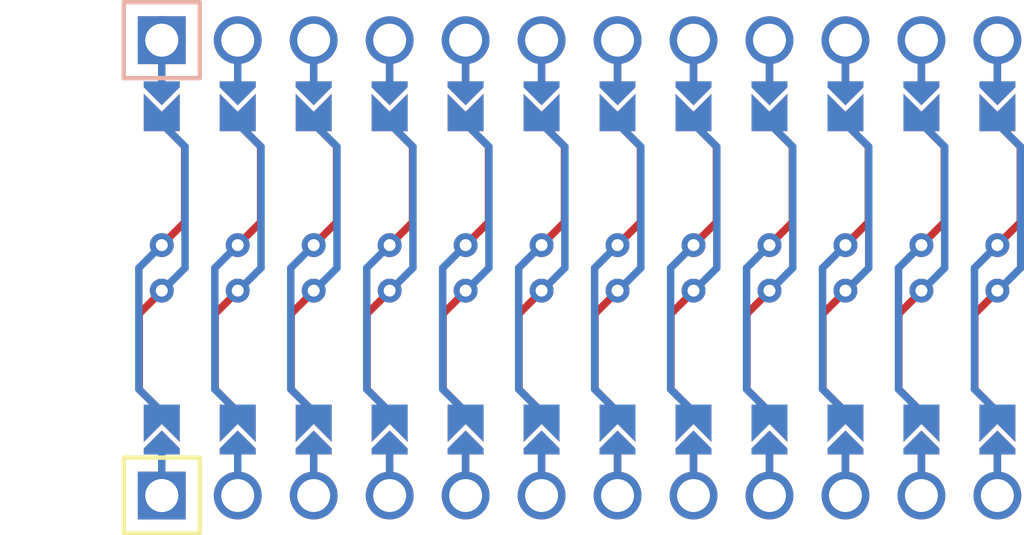
<source format=kicad_pcb>


(kicad_pcb
  (version 20240108)
  (generator "ergogen")
  (generator_version "4.2.0")
  (general
    (thickness 1.6)
    (legacy_teardrops no)
  )
  (paper "A3")
  (title_block
    (title "pcb")
    (date "2025-10-15")
    (rev "v9.9")
    (company "Ergogen Tests")
  )

  (layers
    (0 "F.Cu" signal)
    (31 "B.Cu" signal)
    (32 "B.Adhes" user "B.Adhesive")
    (33 "F.Adhes" user "F.Adhesive")
    (34 "B.Paste" user)
    (35 "F.Paste" user)
    (36 "B.SilkS" user "B.Silkscreen")
    (37 "F.SilkS" user "F.Silkscreen")
    (38 "B.Mask" user)
    (39 "F.Mask" user)
    (40 "Dwgs.User" user "User.Drawings")
    (41 "Cmts.User" user "User.Comments")
    (42 "Eco1.User" user "User.Eco1")
    (43 "Eco2.User" user "User.Eco2")
    (44 "Edge.Cuts" user)
    (45 "Margin" user)
    (46 "B.CrtYd" user "B.Courtyard")
    (47 "F.CrtYd" user "F.Courtyard")
    (48 "B.Fab" user)
    (49 "F.Fab" user)
  )

  (setup
    (pad_to_mask_clearance 0.05)
    (allow_soldermask_bridges_in_footprints no)
    (pcbplotparams
      (layerselection 0x00010fc_ffffffff)
      (plot_on_all_layers_selection 0x0000000_00000000)
      (disableapertmacros no)
      (usegerberextensions no)
      (usegerberattributes yes)
      (usegerberadvancedattributes yes)
      (creategerberjobfile yes)
      (dashed_line_dash_ratio 12.000000)
      (dashed_line_gap_ratio 3.000000)
      (svgprecision 4)
      (plotframeref no)
      (viasonmask no)
      (mode 1)
      (useauxorigin no)
      (hpglpennumber 1)
      (hpglpenspeed 20)
      (hpglpendiameter 15.000000)
      (pdf_front_fp_property_popups yes)
      (pdf_back_fp_property_popups yes)
      (dxfpolygonmode yes)
      (dxfimperialunits yes)
      (dxfusepcbnewfont yes)
      (psnegative no)
      (psa4output no)
      (plotreference yes)
      (plotvalue yes)
      (plotfptext yes)
      (plotinvisibletext no)
      (sketchpadsonfab no)
      (subtractmaskfromsilk no)
      (outputformat 1)
      (mirror no)
      (drillshape 1)
      (scaleselection 1)
      (outputdirectory "")
    )
  )

  (net 0 "")
(net 1 "TX")
(net 2 "RX")
(net 3 "SDA")
(net 4 "SCL")
(net 5 "P4")
(net 6 "P5")
(net 7 "P6")
(net 8 "P7")
(net 9 "P8")
(net 10 "P9")
(net 11 "RAW")
(net 12 "GND")
(net 13 "RST")
(net 14 "VCC")
(net 15 "P21")
(net 16 "P20")
(net 17 "P19")
(net 18 "P18")
(net 19 "SCLK")
(net 20 "MISO")
(net 21 "MOSI")
(net 22 "P10")

  
        

            (module ProMicro (layer F.Cu) (tedit 6135B927)
            (at 0 0 0)

            
            (descr "Solder-jumper reversible Pro Micro footprint")
            (tags "promicro ProMicro reversible solder jumper")
            (fp_text reference "MCU1" (at -16.256 -0.254 90) (layer F.SilkS) hide
            (effects (font (size 1 1) (thickness 0.15)))
            )

            
            (fp_line (start -15.24 6.35) (end -12.7 6.35) (layer F.SilkS) (width 0.15))
            (fp_line (start -15.24 6.35) (end -15.24 8.89) (layer F.SilkS) (width 0.15))
            (fp_line (start -12.7 6.35) (end -12.7 8.89) (layer F.SilkS) (width 0.15))
            (fp_line (start -12.7 8.89) (end -15.24 8.89) (layer F.SilkS) (width 0.15))
            (fp_line (start -15.24 -6.35) (end -12.7 -6.35) (layer B.SilkS) (width 0.15))
            (fp_line (start -15.24 -6.35) (end -15.24 -8.89) (layer B.SilkS) (width 0.15))
            (fp_line (start -12.7 -6.35) (end -12.7 -8.89) (layer B.SilkS) (width 0.15))
            (fp_line (start -12.7 -8.89) (end -15.24 -8.89) (layer B.SilkS) (width 0.15))

            
            (fp_line (start -19.304 -3.81) (end -14.224 -3.81) (layer Dwgs.User) (width 0.15))
            (fp_line (start -19.304 3.81) (end -19.304 -3.81) (layer Dwgs.User) (width 0.15))
            (fp_line (start -14.224 3.81) (end -19.304 3.81) (layer Dwgs.User) (width 0.15))
            (fp_line (start -14.224 -3.81) (end -14.224 3.81) (layer Dwgs.User) (width 0.15))

            (fp_circle (center 13.97 0.762) (end 14.095 0.762) (layer B.Mask) (width 0.25))
            (fp_circle (center 13.97 0.762) (end 14.095 0.762) (layer F.Mask) (width 0.25))
            (fp_circle (center 13.97 -0.762) (end 14.095 -0.762) (layer B.Mask) (width 0.25))
            (fp_circle (center 13.97 -0.762) (end 14.095 -0.762) (layer F.Mask) (width 0.25))
            (fp_circle (center 11.43 0.762) (end 11.555 0.762) (layer B.Mask) (width 0.25))
            (fp_circle (center 11.43 0.762) (end 11.555 0.762) (layer F.Mask) (width 0.25))
            (fp_circle (center 11.43 -0.762) (end 11.555 -0.762) (layer B.Mask) (width 0.25))
            (fp_circle (center 11.43 -0.762) (end 11.555 -0.762) (layer F.Mask) (width 0.25))
            (fp_circle (center 8.89 0.762) (end 9.015 0.762) (layer B.Mask) (width 0.25))
            (fp_circle (center 8.89 0.762) (end 9.015 0.762) (layer F.Mask) (width 0.25))
            (fp_circle (center 8.89 -0.762) (end 9.015 -0.762) (layer B.Mask) (width 0.25))
            (fp_circle (center 8.89 -0.762) (end 9.015 -0.762) (layer F.Mask) (width 0.25))
            (fp_circle (center 6.35 0.762) (end 6.475 0.762) (layer B.Mask) (width 0.25))
            (fp_circle (center 6.35 0.762) (end 6.475 0.762) (layer F.Mask) (width 0.25))
            (fp_circle (center 6.35 -0.762) (end 6.475 -0.762) (layer B.Mask) (width 0.25))
            (fp_circle (center 6.35 -0.762) (end 6.475 -0.762) (layer F.Mask) (width 0.25))
            (fp_circle (center 3.81 0.762) (end 3.935 0.762) (layer B.Mask) (width 0.25))
            (fp_circle (center 3.81 0.762) (end 3.935 0.762) (layer F.Mask) (width 0.25))
            (fp_circle (center 3.81 -0.762) (end 3.935 -0.762) (layer B.Mask) (width 0.25))
            (fp_circle (center 3.81 -0.762) (end 3.935 -0.762) (layer F.Mask) (width 0.25))
            (fp_circle (center 1.27 0.762) (end 1.395 0.762) (layer B.Mask) (width 0.25))
            (fp_circle (center 1.27 0.762) (end 1.395 0.762) (layer F.Mask) (width 0.25))
            (fp_circle (center 1.27 -0.762) (end 1.395 -0.762) (layer B.Mask) (width 0.25))
            (fp_circle (center 1.27 -0.762) (end 1.395 -0.762) (layer F.Mask) (width 0.25))
            (fp_circle (center -1.27 0.762) (end -1.145 0.762) (layer B.Mask) (width 0.25))
            (fp_circle (center -1.27 0.762) (end -1.145 0.762) (layer F.Mask) (width 0.25))
            (fp_circle (center -1.27 -0.762) (end -1.145 -0.762) (layer B.Mask) (width 0.25))
            (fp_circle (center -1.27 -0.762) (end -1.145 -0.762) (layer F.Mask) (width 0.25))
            (fp_circle (center -3.81 0.762) (end -3.685 0.762) (layer B.Mask) (width 0.25))
            (fp_circle (center -3.81 0.762) (end -3.685 0.762) (layer F.Mask) (width 0.25))
            (fp_circle (center -3.81 -0.762) (end -3.685 -0.762) (layer B.Mask) (width 0.25))
            (fp_circle (center -3.81 -0.762) (end -3.685 -0.762) (layer F.Mask) (width 0.25))
            (fp_circle (center -6.35 0.762) (end -6.225 0.762) (layer B.Mask) (width 0.25))
            (fp_circle (center -6.35 0.762) (end -6.225 0.762) (layer F.Mask) (width 0.25))
            (fp_circle (center -6.35 -0.762) (end -6.225 -0.762) (layer B.Mask) (width 0.25))
            (fp_circle (center -6.35 -0.762) (end -6.225 -0.762) (layer F.Mask) (width 0.25))
            (fp_circle (center -8.89 0.762) (end -8.765 0.762) (layer B.Mask) (width 0.25))
            (fp_circle (center -8.89 0.762) (end -8.765 0.762) (layer F.Mask) (width 0.25))
            (fp_circle (center -8.89 -0.762) (end -8.765 -0.762) (layer B.Mask) (width 0.25))
            (fp_circle (center -8.89 -0.762) (end -8.765 -0.762) (layer F.Mask) (width 0.25))
            (fp_circle (center -11.43 -0.762) (end -11.305 -0.762) (layer B.Mask) (width 0.25))
            (fp_circle (center -11.43 -0.762) (end -11.305 -0.762) (layer F.Mask) (width 0.25))
            (fp_circle (center -11.43 0.762) (end -11.305 0.762) (layer B.Mask) (width 0.25))
            (fp_circle (center -11.43 0.762) (end -11.305 0.762) (layer F.Mask) (width 0.25))
            (fp_circle (center -13.97 0.762) (end -13.845 0.762) (layer B.Mask) (width 0.25))
            (fp_circle (center -13.97 0.762) (end -13.845 0.762) (layer F.Mask) (width 0.25))
            (fp_circle (center -13.97 -0.762) (end -13.845 -0.762) (layer B.Mask) (width 0.25))
            (fp_circle (center -13.97 -0.762) (end -13.845 -0.762) (layer F.Mask) (width 0.25))
            (fp_poly (pts (xy 14.478 -5.08) (xy 13.462 -5.08) (xy 13.462 -6.096) (xy 14.478 -6.096)) (layer B.Mask) (width 0.1))
            (fp_poly (pts (xy 11.938 -5.08) (xy 10.922 -5.08) (xy 10.922 -6.096) (xy 11.938 -6.096)) (layer B.Mask) (width 0.1))
            (fp_poly (pts (xy 9.398 -5.08) (xy 8.382 -5.08) (xy 8.382 -6.096) (xy 9.398 -6.096)) (layer B.Mask) (width 0.1))
            (fp_poly (pts (xy 6.858 -5.08) (xy 5.842 -5.08) (xy 5.842 -6.096) (xy 6.858 -6.096)) (layer B.Mask) (width 0.1))
            (fp_poly (pts (xy 4.318 -5.08) (xy 3.302 -5.08) (xy 3.302 -6.096) (xy 4.318 -6.096)) (layer B.Mask) (width 0.1))
            (fp_poly (pts (xy 1.778 -5.08) (xy 0.762 -5.08) (xy 0.762 -6.096) (xy 1.778 -6.096)) (layer B.Mask) (width 0.1))
            (fp_poly (pts (xy -0.762 -5.08) (xy -1.778 -5.08) (xy -1.778 -6.096) (xy -0.762 -6.096)) (layer B.Mask) (width 0.1))
            (fp_poly (pts (xy -3.302 -5.08) (xy -4.318 -5.08) (xy -4.318 -6.096) (xy -3.302 -6.096)) (layer B.Mask) (width 0.1))
            (fp_poly (pts (xy -5.842 -5.08) (xy -6.858 -5.08) (xy -6.858 -6.096) (xy -5.842 -6.096)) (layer B.Mask) (width 0.1))
            (fp_poly (pts (xy -8.382 -5.08) (xy -9.398 -5.08) (xy -9.398 -6.096) (xy -8.382 -6.096)) (layer B.Mask) (width 0.1))
            (fp_poly (pts (xy -10.922 -5.08) (xy -11.938 -5.08) (xy -11.938 -6.096) (xy -10.922 -6.096)) (layer B.Mask) (width 0.1))
            (fp_poly (pts (xy -13.462 -5.08) (xy -14.478 -5.08) (xy -14.478 -6.096) (xy -13.462 -6.096)) (layer B.Mask) (width 0.1))
            (fp_poly (pts (xy 13.462 5.08) (xy 14.478 5.08) (xy 14.478 6.096) (xy 13.462 6.096)) (layer B.Mask) (width 0.1))
            (fp_poly (pts (xy 10.922 5.08) (xy 11.938 5.08) (xy 11.938 6.096) (xy 10.922 6.096)) (layer B.Mask) (width 0.1))
            (fp_poly (pts (xy 8.382 5.08) (xy 9.398 5.08) (xy 9.398 6.096) (xy 8.382 6.096)) (layer B.Mask) (width 0.1))
            (fp_poly (pts (xy 5.842 5.08) (xy 6.858 5.08) (xy 6.858 6.096) (xy 5.842 6.096)) (layer B.Mask) (width 0.1))
            (fp_poly (pts (xy 3.302 5.08) (xy 4.318 5.08) (xy 4.318 6.096) (xy 3.302 6.096)) (layer B.Mask) (width 0.1))
            (fp_poly (pts (xy 0.762 5.08) (xy 1.778 5.08) (xy 1.778 6.096) (xy 0.762 6.096)) (layer B.Mask) (width 0.1))
            (fp_poly (pts (xy -1.778 5.08) (xy -0.762 5.08) (xy -0.762 6.096) (xy -1.778 6.096)) (layer B.Mask) (width 0.1))
            (fp_poly (pts (xy -4.318 5.08) (xy -3.302 5.08) (xy -3.302 6.096) (xy -4.318 6.096)) (layer B.Mask) (width 0.1))
            (fp_poly (pts (xy -6.858 5.08) (xy -5.842 5.08) (xy -5.842 6.096) (xy -6.858 6.096)) (layer B.Mask) (width 0.1))
            (fp_poly (pts (xy -9.398 5.08) (xy -8.382 5.08) (xy -8.382 6.096) (xy -9.398 6.096)) (layer B.Mask) (width 0.1))
            (fp_poly (pts (xy -11.938 5.08) (xy -10.922 5.08) (xy -10.922 6.096) (xy -11.938 6.096)) (layer B.Mask) (width 0.1))
            (fp_poly (pts (xy -14.478 5.08) (xy -13.462 5.08) (xy -13.462 6.096) (xy -14.478 6.096)) (layer B.Mask) (width 0.1))
            (fp_poly (pts (xy -13.462 -5.08) (xy -14.478 -5.08) (xy -14.478 -6.096) (xy -13.462 -6.096)) (layer F.Mask) (width 0.1))
            (fp_poly (pts (xy 1.778 -5.08) (xy 0.762 -5.08) (xy 0.762 -6.096) (xy 1.778 -6.096)) (layer F.Mask) (width 0.1))
            (fp_poly (pts (xy -10.922 -5.08) (xy -11.938 -5.08) (xy -11.938 -6.096) (xy -10.922 -6.096)) (layer F.Mask) (width 0.1))
            (fp_poly (pts (xy -8.382 -5.08) (xy -9.398 -5.08) (xy -9.398 -6.096) (xy -8.382 -6.096)) (layer F.Mask) (width 0.1))
            (fp_poly (pts (xy -3.302 -5.08) (xy -4.318 -5.08) (xy -4.318 -6.096) (xy -3.302 -6.096)) (layer F.Mask) (width 0.1))
            (fp_poly (pts (xy -0.762 -5.08) (xy -1.778 -5.08) (xy -1.778 -6.096) (xy -0.762 -6.096)) (layer F.Mask) (width 0.1))
            (fp_poly (pts (xy 6.858 -5.08) (xy 5.842 -5.08) (xy 5.842 -6.096) (xy 6.858 -6.096)) (layer F.Mask) (width 0.1))
            (fp_poly (pts (xy 11.938 -5.08) (xy 10.922 -5.08) (xy 10.922 -6.096) (xy 11.938 -6.096)) (layer F.Mask) (width 0.1))
            (fp_poly (pts (xy -5.842 -5.08) (xy -6.858 -5.08) (xy -6.858 -6.096) (xy -5.842 -6.096)) (layer F.Mask) (width 0.1))
            (fp_poly (pts (xy 4.318 -5.08) (xy 3.302 -5.08) (xy 3.302 -6.096) (xy 4.318 -6.096)) (layer F.Mask) (width 0.1))
            (fp_poly (pts (xy 9.398 -5.08) (xy 8.382 -5.08) (xy 8.382 -6.096) (xy 9.398 -6.096)) (layer F.Mask) (width 0.1))
            (fp_poly (pts (xy 14.478 -5.08) (xy 13.462 -5.08) (xy 13.462 -6.096) (xy 14.478 -6.096)) (layer F.Mask) (width 0.1))
            (fp_poly (pts (xy 13.462 5.08) (xy 14.478 5.08) (xy 14.478 6.096) (xy 13.462 6.096)) (layer F.Mask) (width 0.1))
            (fp_poly (pts (xy 10.922 5.08) (xy 11.938 5.08) (xy 11.938 6.096) (xy 10.922 6.096)) (layer F.Mask) (width 0.1))
            (fp_poly (pts (xy 8.382 5.08) (xy 9.398 5.08) (xy 9.398 6.096) (xy 8.382 6.096)) (layer F.Mask) (width 0.1))
            (fp_poly (pts (xy 5.842 5.08) (xy 6.858 5.08) (xy 6.858 6.096) (xy 5.842 6.096)) (layer F.Mask) (width 0.1))
            (fp_poly (pts (xy 3.302 5.08) (xy 4.318 5.08) (xy 4.318 6.096) (xy 3.302 6.096)) (layer F.Mask) (width 0.1))
            (fp_poly (pts (xy 0.762 5.08) (xy 1.778 5.08) (xy 1.778 6.096) (xy 0.762 6.096)) (layer F.Mask) (width 0.1))
            (fp_poly (pts (xy -1.778 5.08) (xy -0.762 5.08) (xy -0.762 6.096) (xy -1.778 6.096)) (layer F.Mask) (width 0.1))
            (fp_poly (pts (xy -4.318 5.08) (xy -3.302 5.08) (xy -3.302 6.096) (xy -4.318 6.096)) (layer F.Mask) (width 0.1))
            (fp_poly (pts (xy -6.858 5.08) (xy -5.842 5.08) (xy -5.842 6.096) (xy -6.858 6.096)) (layer F.Mask) (width 0.1))
            (fp_poly (pts (xy -9.398 5.08) (xy -8.382 5.08) (xy -8.382 6.096) (xy -9.398 6.096)) (layer F.Mask) (width 0.1))
            (fp_poly (pts (xy -11.938 5.08) (xy -10.922 5.08) (xy -10.922 6.096) (xy -11.938 6.096)) (layer F.Mask) (width 0.1))
            (fp_poly (pts (xy -14.478 5.08) (xy -13.462 5.08) (xy -13.462 6.096) (xy -14.478 6.096)) (layer F.Mask) (width 0.1))
            (pad "" thru_hole circle (at -13.97 7.62) (size 1.6 1.6) (drill 1.1) (layers *.Cu *.Mask)
            (zone_connect 0))
            (pad "" thru_hole circle (at -11.43 7.62) (size 1.6 1.6) (drill 1.1) (layers *.Cu *.Mask))
            (pad "" thru_hole circle (at -8.89 7.62) (size 1.6 1.6) (drill 1.1) (layers *.Cu *.Mask))
            (pad "" thru_hole circle (at -6.35 7.62) (size 1.6 1.6) (drill 1.1) (layers *.Cu *.Mask))
            (pad "" thru_hole circle (at -3.81 7.62) (size 1.6 1.6) (drill 1.1) (layers *.Cu *.Mask))
            (pad "" thru_hole circle (at -1.27 7.62) (size 1.6 1.6) (drill 1.1) (layers *.Cu *.Mask))
            (pad "" thru_hole circle (at 1.27 7.62) (size 1.6 1.6) (drill 1.1) (layers *.Cu *.Mask))
            (pad "" thru_hole circle (at 3.81 7.62) (size 1.6 1.6) (drill 1.1) (layers *.Cu *.Mask))
            (pad "" thru_hole circle (at 6.35 7.62) (size 1.6 1.6) (drill 1.1) (layers *.Cu *.Mask))
            (pad "" thru_hole circle (at 8.89 7.62) (size 1.6 1.6) (drill 1.1) (layers *.Cu *.Mask))
            (pad "" thru_hole circle (at 11.43 7.62) (size 1.6 1.6) (drill 1.1) (layers *.Cu *.Mask))
            (pad "" thru_hole circle (at 13.97 7.62) (size 1.6 1.6) (drill 1.1) (layers *.Cu *.Mask))
            (pad "" thru_hole circle (at 13.97 -7.62) (size 1.6 1.6) (drill 1.1) (layers *.Cu *.Mask))
            (pad "" thru_hole circle (at 11.43 -7.62) (size 1.6 1.6) (drill 1.1) (layers *.Cu *.Mask))
            (pad "" thru_hole circle (at 8.89 -7.62) (size 1.6 1.6) (drill 1.1) (layers *.Cu *.Mask))
            (pad "" thru_hole circle (at 6.35 -7.62) (size 1.6 1.6) (drill 1.1) (layers *.Cu *.Mask))
            (pad "" thru_hole circle (at 3.81 -7.62) (size 1.6 1.6) (drill 1.1) (layers *.Cu *.Mask))
            (pad "" thru_hole circle (at 1.27 -7.62) (size 1.6 1.6) (drill 1.1) (layers *.Cu *.Mask))
            (pad "" thru_hole circle (at -1.27 -7.62) (size 1.6 1.6) (drill 1.1) (layers *.Cu *.Mask))
            (pad "" thru_hole circle (at -3.81 -7.62) (size 1.6 1.6) (drill 1.1) (layers *.Cu *.Mask))
            (pad "" thru_hole circle (at -6.35 -7.62) (size 1.6 1.6) (drill 1.1) (layers *.Cu *.Mask))
            (pad "" thru_hole circle (at -8.89 -7.62) (size 1.6 1.6) (drill 1.1) (layers *.Cu *.Mask))
            (pad "" thru_hole circle (at -11.43 -7.62) (size 1.6 1.6) (drill 1.1) (layers *.Cu *.Mask))
            (pad "" thru_hole circle (at -13.97 -7.62) (size 1.6 1.6) (drill 1.1) (layers *.Cu *.Mask))
            (pad "" smd custom (at -13.97 5.842 180) (size 0.1 0.1) (layers F.Cu F.Mask)
            (clearance 0.1) (zone_connect 0)
            (options (clearance outline) (anchor rect))
            (primitives
                (gr_poly (pts
                (xy 0.6 -0.4) (xy -0.6 -0.4) (xy -0.6 -0.2) (xy 0 0.4) (xy 0.6 -0.2)
            ) (width 0))
                ))
                (pad 24 smd custom (at -13.97 4.826 180) (size 1.2 0.5) (layers F.Cu F.Mask) (net 1 "TX")
                (clearance 0.1) (zone_connect 0)
                (options (clearance outline) (anchor rect))
                (primitives
                    (gr_poly (pts
                    (xy 0.6 0) (xy -0.6 0) (xy -0.6 -1) (xy 0 -0.4) (xy 0.6 -1)
            ) (width 0))
                ))
                (pad "" smd custom (at -13.97 6.35 180) (size 0.25 1) (layers F.Cu)
                (zone_connect 0)
                (options (clearance outline) (anchor rect))
                (primitives
                ))
                (pad "" thru_hole rect (at -13.97 7.62 0) (size 1.6 1.6) (drill 1.1) (layers F.Cu F.Mask)
                (zone_connect 0))
                (pad "" thru_hole rect (at -13.97 -7.62 0) (size 1.6 1.6) (drill 1.1) (layers B.Cu B.Mask)
                (zone_connect 0))
                (pad "" smd custom (at -11.43 6.35 180) (size 0.25 1) (layers F.Cu)
                (zone_connect 0)
                (options (clearance outline) (anchor rect))
                (primitives
                ))
                (pad "" smd custom (at -11.43 5.842 180) (size 0.1 0.1) (layers F.Cu F.Mask)
                (clearance 0.1) (zone_connect 0)
                (options (clearance outline) (anchor rect))
                (primitives
                    (gr_poly (pts
                    (xy 0.6 -0.4) (xy -0.6 -0.4) (xy -0.6 -0.2) (xy 0 0.4) (xy 0.6 -0.2)
            ) (width 0))
                ))
                (pad 23 smd custom (at -11.43 4.826 180) (size 1.2 0.5) (layers F.Cu F.Mask) (net 2 "RX")
                (clearance 0.1) (zone_connect 0)
                (options (clearance outline) (anchor rect))
                (primitives
                    (gr_poly (pts
                    (xy 0.6 0) (xy -0.6 0) (xy -0.6 -1) (xy 0 -0.4) (xy 0.6 -1)
            ) (width 0))
                ))
                (pad "" smd custom (at -8.89 6.35 180) (size 0.25 1) (layers F.Cu)
                (zone_connect 0)
                (options (clearance outline) (anchor rect))
                (primitives
                ))
                (pad "" smd custom (at -8.89 5.842 180) (size 0.1 0.1) (layers F.Cu F.Mask)
                (clearance 0.1) (zone_connect 0)
                (options (clearance outline) (anchor rect))
                (primitives
                    (gr_poly (pts
                    (xy 0.6 -0.4) (xy -0.6 -0.4) (xy -0.6 -0.2) (xy 0 0.4) (xy 0.6 -0.2)
            ) (width 0))
                ))
                (pad 22 smd custom (at -8.89 4.826 180) (size 1.2 0.5) (layers F.Cu F.Mask) (net 12 "GND")
                (clearance 0.1) (zone_connect 0)
                (options (clearance outline) (anchor rect))
                (primitives
                    (gr_poly (pts
                    (xy 0.6 0) (xy -0.6 0) (xy -0.6 -1) (xy 0 -0.4) (xy 0.6 -1)
            ) (width 0))
                ))
                (pad "" smd custom (at -6.35 6.35 180) (size 0.25 1) (layers F.Cu)
                (zone_connect 0)
                (options (clearance outline) (anchor rect))
                (primitives
                ))
                (pad "" smd custom (at -6.35 5.842 180) (size 0.1 0.1) (layers F.Cu F.Mask)
                (clearance 0.1) (zone_connect 0)
                (options (clearance outline) (anchor rect))
                (primitives
                    (gr_poly (pts
                    (xy 0.6 -0.4) (xy -0.6 -0.4) (xy -0.6 -0.2) (xy 0 0.4) (xy 0.6 -0.2)
            ) (width 0))
                ))
                (pad 21 smd custom (at -6.35 4.826 180) (size 1.2 0.5) (layers F.Cu F.Mask) (net 12 "GND")
                (clearance 0.1) (zone_connect 0)
                (options (clearance outline) (anchor rect))
                (primitives
                    (gr_poly (pts
                    (xy 0.6 0) (xy -0.6 0) (xy -0.6 -1) (xy 0 -0.4) (xy 0.6 -1)
            ) (width 0))
                ))
                (pad "" smd custom (at -3.81 6.35 180) (size 0.25 1) (layers F.Cu)
                (zone_connect 0)
                (options (clearance outline) (anchor rect))
                (primitives
                ))
                (pad "" smd custom (at -3.81 5.842 180) (size 0.1 0.1) (layers F.Cu F.Mask)
                (clearance 0.1) (zone_connect 0)
                (options (clearance outline) (anchor rect))
                (primitives
                    (gr_poly (pts
                    (xy 0.6 -0.4) (xy -0.6 -0.4) (xy -0.6 -0.2) (xy 0 0.4) (xy 0.6 -0.2)
            ) (width 0))
                ))
                (pad 20 smd custom (at -3.81 4.826 180) (size 1.2 0.5) (layers F.Cu F.Mask) (net 3 "SDA")
                (clearance 0.1) (zone_connect 0)
                (options (clearance outline) (anchor rect))
                (primitives
                    (gr_poly (pts
                    (xy 0.6 0) (xy -0.6 0) (xy -0.6 -1) (xy 0 -0.4) (xy 0.6 -1)
            ) (width 0))
                ))
                (pad "" smd custom (at -1.27 6.35 180) (size 0.25 1) (layers F.Cu)
                (zone_connect 0)
                (options (clearance outline) (anchor rect))
                (primitives
                ))
                (pad "" smd custom (at -1.27 5.842 180) (size 0.1 0.1) (layers F.Cu F.Mask)
                (clearance 0.1) (zone_connect 0)
                (options (clearance outline) (anchor rect))
                (primitives
                    (gr_poly (pts
                    (xy 0.6 -0.4) (xy -0.6 -0.4) (xy -0.6 -0.2) (xy 0 0.4) (xy 0.6 -0.2)
            ) (width 0))
                ))
                (pad 19 smd custom (at -1.27 4.826 180) (size 1.2 0.5) (layers F.Cu F.Mask) (net 4 "SCL")
                (clearance 0.1) (zone_connect 0)
                (options (clearance outline) (anchor rect))
                (primitives
                    (gr_poly (pts
                    (xy 0.6 0) (xy -0.6 0) (xy -0.6 -1) (xy 0 -0.4) (xy 0.6 -1)
            ) (width 0))
                ))
                (pad "" smd custom (at 1.27 6.35 180) (size 0.25 1) (layers F.Cu)
                (zone_connect 0)
                (options (clearance outline) (anchor rect))
                (primitives
                ))
                (pad "" smd custom (at 1.27 5.842 180) (size 0.1 0.1) (layers F.Cu F.Mask)
                (clearance 0.1) (zone_connect 0)
                (options (clearance outline) (anchor rect))
                (primitives
                    (gr_poly (pts
                    (xy 0.6 -0.4) (xy -0.6 -0.4) (xy -0.6 -0.2) (xy 0 0.4) (xy 0.6 -0.2)
            ) (width 0))
                ))
                (pad 18 smd custom (at 1.27 4.826 180) (size 1.2 0.5) (layers F.Cu F.Mask) (net 5 "P4")
                (clearance 0.1) (zone_connect 0)
                (options (clearance outline) (anchor rect))
                (primitives
                    (gr_poly (pts
                    (xy 0.6 0) (xy -0.6 0) (xy -0.6 -1) (xy 0 -0.4) (xy 0.6 -1)
            ) (width 0))
                ))
                (pad "" smd custom (at 3.81 6.35 180) (size 0.25 1) (layers F.Cu)
                (zone_connect 0)
                (options (clearance outline) (anchor rect))
                (primitives
                ))
                (pad "" smd custom (at 3.81 5.842 180) (size 0.1 0.1) (layers F.Cu F.Mask)
                (clearance 0.1) (zone_connect 0)
                (options (clearance outline) (anchor rect))
                (primitives
                    (gr_poly (pts
                    (xy 0.6 -0.4) (xy -0.6 -0.4) (xy -0.6 -0.2) (xy 0 0.4) (xy 0.6 -0.2)
            ) (width 0))
                ))
                (pad 17 smd custom (at 3.81 4.826 180) (size 1.2 0.5) (layers F.Cu F.Mask) (net 6 "P5")
                (clearance 0.1) (zone_connect 0)
                (options (clearance outline) (anchor rect))
                (primitives
                    (gr_poly (pts
                    (xy 0.6 0) (xy -0.6 0) (xy -0.6 -1) (xy 0 -0.4) (xy 0.6 -1)
            ) (width 0))
                ))
                (pad "" smd custom (at 6.35 6.35 180) (size 0.25 1) (layers F.Cu)
                (zone_connect 0)
                (options (clearance outline) (anchor rect))
                (primitives
                ))
                (pad "" smd custom (at 6.35 5.842 180) (size 0.1 0.1) (layers F.Cu F.Mask)
                (clearance 0.1) (zone_connect 0)
                (options (clearance outline) (anchor rect))
                (primitives
                    (gr_poly (pts
                    (xy 0.6 -0.4) (xy -0.6 -0.4) (xy -0.6 -0.2) (xy 0 0.4) (xy 0.6 -0.2)
            ) (width 0))
                ))
                (pad 16 smd custom (at 6.35 4.826 180) (size 1.2 0.5) (layers F.Cu F.Mask) (net 7 "P6")
                (clearance 0.1) (zone_connect 0)
                (options (clearance outline) (anchor rect))
                (primitives
                    (gr_poly (pts
                    (xy 0.6 0) (xy -0.6 0) (xy -0.6 -1) (xy 0 -0.4) (xy 0.6 -1)
            ) (width 0))
                ))
                (pad "" smd custom (at 8.89 6.35 180) (size 0.25 1) (layers F.Cu)
                (zone_connect 0)
                (options (clearance outline) (anchor rect))
                (primitives
                ))
                (pad "" smd custom (at 8.89 5.842 180) (size 0.1 0.1) (layers F.Cu F.Mask)
                (clearance 0.1) (zone_connect 0)
                (options (clearance outline) (anchor rect))
                (primitives
                    (gr_poly (pts
                    (xy 0.6 -0.4) (xy -0.6 -0.4) (xy -0.6 -0.2) (xy 0 0.4) (xy 0.6 -0.2)
            ) (width 0))
                ))
                (pad 15 smd custom (at 8.89 4.826 180) (size 1.2 0.5) (layers F.Cu F.Mask) (net 8 "P7")
                (clearance 0.1) (zone_connect 0)
                (options (clearance outline) (anchor rect))
                (primitives
                    (gr_poly (pts
                    (xy 0.6 0) (xy -0.6 0) (xy -0.6 -1) (xy 0 -0.4) (xy 0.6 -1)
            ) (width 0))
                ))
                (pad "" smd custom (at 11.43 6.35 180) (size 0.25 1) (layers F.Cu)
                (zone_connect 0)
                (options (clearance outline) (anchor rect))
                (primitives
                ))
                (pad "" smd custom (at 11.43 5.842 180) (size 0.1 0.1) (layers F.Cu F.Mask)
                (clearance 0.1) (zone_connect 0)
                (options (clearance outline) (anchor rect))
                (primitives
                    (gr_poly (pts
                    (xy 0.6 -0.4) (xy -0.6 -0.4) (xy -0.6 -0.2) (xy 0 0.4) (xy 0.6 -0.2)
            ) (width 0))
                ))
                (pad 14 smd custom (at 11.43 4.826 180) (size 1.2 0.5) (layers F.Cu F.Mask) (net 9 "P8")
                (clearance 0.1) (zone_connect 0)
                (options (clearance outline) (anchor rect))
                (primitives
                    (gr_poly (pts
                    (xy 0.6 0) (xy -0.6 0) (xy -0.6 -1) (xy 0 -0.4) (xy 0.6 -1)
            ) (width 0))
                ))
                (pad "" smd custom (at 13.97 6.35 180) (size 0.25 1) (layers F.Cu)
                (zone_connect 0)
                (options (clearance outline) (anchor rect))
                (primitives
                ))
                (pad "" smd custom (at 13.97 5.842 180) (size 0.1 0.1) (layers F.Cu F.Mask)
                (clearance 0.1) (zone_connect 0)
                (options (clearance outline) (anchor rect))
                (primitives
                    (gr_poly (pts
                    (xy 0.6 -0.4) (xy -0.6 -0.4) (xy -0.6 -0.2) (xy 0 0.4) (xy 0.6 -0.2)
            ) (width 0))
                ))
                (pad 13 smd custom (at 13.97 4.826 180) (size 1.2 0.5) (layers F.Cu F.Mask) (net 10 "P9")
                (clearance 0.1) (zone_connect 0)
                (options (clearance outline) (anchor rect))
                (primitives
                    (gr_poly (pts
                    (xy 0.6 0) (xy -0.6 0) (xy -0.6 -1) (xy 0 -0.4) (xy 0.6 -1)
            ) (width 0))
                ))
                (pad 1 smd custom (at -13.97 -4.826 0) (size 1.2 0.5) (layers F.Cu F.Mask) (net 11 "RAW")
                (clearance 0.1) (zone_connect 0)
                (options (clearance outline) (anchor rect))
                (primitives
                    (gr_poly (pts
                    (xy 0.6 0) (xy -0.6 0) (xy -0.6 -1) (xy 0 -0.4) (xy 0.6 -1)
            ) (width 0))
                ))
                (pad 3 smd custom (at -8.89 -4.826 0) (size 1.2 0.5) (layers F.Cu F.Mask) (net 13 "RST")
                (clearance 0.1) (zone_connect 0)
                (options (clearance outline) (anchor rect))
                (primitives
                    (gr_poly (pts
                    (xy 0.6 0) (xy -0.6 0) (xy -0.6 -1) (xy 0 -0.4) (xy 0.6 -1)
            ) (width 0))
                ))
                (pad "" smd custom (at -8.89 -6.35 0) (size 0.25 1) (layers F.Cu)
                (zone_connect 0)
                (options (clearance outline) (anchor rect))
                (primitives
                ))
                (pad "" smd custom (at -8.89 -5.842 0) (size 0.1 0.1) (layers F.Cu F.Mask)
                (clearance 0.1) (zone_connect 0)
                (options (clearance outline) (anchor rect))
                (primitives
                    (gr_poly (pts
                    (xy 0.6 -0.4) (xy -0.6 -0.4) (xy -0.6 -0.2) (xy 0 0.4) (xy 0.6 -0.2)
            ) (width 0))
                ))
                (pad "" smd custom (at -13.97 -5.842 0) (size 0.1 0.1) (layers F.Cu F.Mask)
                (clearance 0.1) (zone_connect 0)
                (options (clearance outline) (anchor rect))
                (primitives
                    (gr_poly (pts
                    (xy 0.6 -0.4) (xy -0.6 -0.4) (xy -0.6 -0.2) (xy 0 0.4) (xy 0.6 -0.2)
            ) (width 0))
                ))
                (pad "" smd custom (at -11.43 -6.35 0) (size 0.25 1) (layers F.Cu)
                (zone_connect 0)
                (options (clearance outline) (anchor rect))
                (primitives
                ))
                (pad 2 smd custom (at -11.43 -4.826 0) (size 1.2 0.5) (layers F.Cu F.Mask) (net 12 "GND")
                (clearance 0.1) (zone_connect 0)
                (options (clearance outline) (anchor rect))
                (primitives
                    (gr_poly (pts
                    (xy 0.6 0) (xy -0.6 0) (xy -0.6 -1) (xy 0 -0.4) (xy 0.6 -1)
            ) (width 0))
                ))
                (pad "" smd custom (at -13.97 -6.35 0) (size 0.25 1) (layers F.Cu)
                (zone_connect 0)
                (options (clearance outline) (anchor rect))
                (primitives
                ))
                (pad 4 smd custom (at -6.35 -4.826 0) (size 1.2 0.5) (layers F.Cu F.Mask) (net 14 "VCC")
                (clearance 0.1) (zone_connect 0)
                (options (clearance outline) (anchor rect))
                (primitives
                    (gr_poly (pts
                    (xy 0.6 0) (xy -0.6 0) (xy -0.6 -1) (xy 0 -0.4) (xy 0.6 -1)
            ) (width 0))
                ))
                (pad "" smd custom (at -11.43 -5.842 0) (size 0.1 0.1) (layers F.Cu F.Mask)
                (clearance 0.1) (zone_connect 0)
                (options (clearance outline) (anchor rect))
                (primitives
                    (gr_poly (pts
                    (xy 0.6 -0.4) (xy -0.6 -0.4) (xy -0.6 -0.2) (xy 0 0.4) (xy 0.6 -0.2)
            ) (width 0))
                ))
                (pad "" smd custom (at -6.35 -5.842 0) (size 0.1 0.1) (layers F.Cu F.Mask)
                (clearance 0.1) (zone_connect 0)
                (options (clearance outline) (anchor rect))
                (primitives
                    (gr_poly (pts
                    (xy 0.6 -0.4) (xy -0.6 -0.4) (xy -0.6 -0.2) (xy 0 0.4) (xy 0.6 -0.2)
            ) (width 0))
                ))
                (pad 6 smd custom (at -1.27 -4.826 0) (size 1.2 0.5) (layers F.Cu F.Mask) (net 16 "P20")
                (clearance 0.1) (zone_connect 0)
                (options (clearance outline) (anchor rect))
                (primitives
                    (gr_poly (pts
                    (xy 0.6 0) (xy -0.6 0) (xy -0.6 -1) (xy 0 -0.4) (xy 0.6 -1)
            ) (width 0))
                ))
                (pad 7 smd custom (at 1.27 -4.826 0) (size 1.2 0.5) (layers F.Cu F.Mask) (net 17 "P19")
                (clearance 0.1) (zone_connect 0)
                (options (clearance outline) (anchor rect))
                (primitives
                    (gr_poly (pts
                    (xy 0.6 0) (xy -0.6 0) (xy -0.6 -1) (xy 0 -0.4) (xy 0.6 -1)
            ) (width 0))
                ))
                (pad "" smd custom (at 13.97 -6.35 0) (size 0.25 1) (layers F.Cu)
                (zone_connect 0)
                (options (clearance outline) (anchor rect))
                (primitives
                ))
                (pad "" smd custom (at 1.27 -5.842 0) (size 0.1 0.1) (layers F.Cu F.Mask)
                (clearance 0.1) (zone_connect 0)
                (options (clearance outline) (anchor rect))
                (primitives
                    (gr_poly (pts
                    (xy 0.6 -0.4) (xy -0.6 -0.4) (xy -0.6 -0.2) (xy 0 0.4) (xy 0.6 -0.2)
            ) (width 0))
                ))
                (pad "" smd custom (at 8.89 -6.35 0) (size 0.25 1) (layers F.Cu)
                (zone_connect 0)
                (options (clearance outline) (anchor rect))
                (primitives
                ))
                (pad 8 smd custom (at 3.81 -4.826 0) (size 1.2 0.5) (layers F.Cu F.Mask) (net 18 "P18")
                (clearance 0.1) (zone_connect 0)
                (options (clearance outline) (anchor rect))
                (primitives
                    (gr_poly (pts
                    (xy 0.6 0) (xy -0.6 0) (xy -0.6 -1) (xy 0 -0.4) (xy 0.6 -1)
            ) (width 0))
                ))
                (pad "" smd custom (at 1.27 -6.35 0) (size 0.25 1) (layers F.Cu)
                (zone_connect 0)
                (options (clearance outline) (anchor rect))
                (primitives
                ))
                (pad 12 smd custom (at 13.97 -4.826 0) (size 1.2 0.5) (layers F.Cu F.Mask) (net 22 "P10")
                (clearance 0.1) (zone_connect 0)
                (options (clearance outline) (anchor rect))
                (primitives
                    (gr_poly (pts
                    (xy 0.6 0) (xy -0.6 0) (xy -0.6 -1) (xy 0 -0.4) (xy 0.6 -1)
            ) (width 0))
                ))
                (pad "" smd custom (at 3.81 -5.842 0) (size 0.1 0.1) (layers F.Cu F.Mask)
                (clearance 0.1) (zone_connect 0)
                (options (clearance outline) (anchor rect))
                (primitives
                    (gr_poly (pts
                    (xy 0.6 -0.4) (xy -0.6 -0.4) (xy -0.6 -0.2) (xy 0 0.4) (xy 0.6 -0.2)
            ) (width 0))
                ))
                (pad "" smd custom (at 6.35 -6.35 0) (size 0.25 1) (layers F.Cu)
                (zone_connect 0)
                (options (clearance outline) (anchor rect))
                (primitives
                ))
                (pad "" smd custom (at 13.97 -5.842 0) (size 0.1 0.1) (layers F.Cu F.Mask)
                (clearance 0.1) (zone_connect 0)
                (options (clearance outline) (anchor rect))
                (primitives
                    (gr_poly (pts
                    (xy 0.6 -0.4) (xy -0.6 -0.4) (xy -0.6 -0.2) (xy 0 0.4) (xy 0.6 -0.2)
            ) (width 0))
                ))
                (pad "" smd custom (at -3.81 -6.35 0) (size 0.25 1) (layers F.Cu)
                (zone_connect 0)
                (options (clearance outline) (anchor rect))
                (primitives
                ))
                (pad "" smd custom (at 3.81 -6.35 0) (size 0.25 1) (layers F.Cu)
                (zone_connect 0)
                (options (clearance outline) (anchor rect))
                (primitives
                ))
                (pad "" smd custom (at -1.27 -6.35 0) (size 0.25 1) (layers F.Cu)
                (zone_connect 0)
                (options (clearance outline) (anchor rect))
                (primitives
                ))
                (pad 9 smd custom (at 6.35 -4.826 0) (size 1.2 0.5) (layers F.Cu F.Mask) (net 19 "SCLK")
                (clearance 0.1) (zone_connect 0)
                (options (clearance outline) (anchor rect))
                (primitives
                    (gr_poly (pts
                    (xy 0.6 0) (xy -0.6 0) (xy -0.6 -1) (xy 0 -0.4) (xy 0.6 -1)
            ) (width 0))
                ))
                (pad "" smd custom (at -6.35 -6.35 0) (size 0.25 1) (layers F.Cu)
                (zone_connect 0)
                (options (clearance outline) (anchor rect))
                (primitives
                ))
                (pad "" smd custom (at -3.81 -5.842 0) (size 0.1 0.1) (layers F.Cu F.Mask)
                (clearance 0.1) (zone_connect 0)
                (options (clearance outline) (anchor rect))
                (primitives
                    (gr_poly (pts
                    (xy 0.6 -0.4) (xy -0.6 -0.4) (xy -0.6 -0.2) (xy 0 0.4) (xy 0.6 -0.2)
            ) (width 0))
                ))
                (pad "" smd custom (at -1.27 -5.842 0) (size 0.1 0.1) (layers F.Cu F.Mask)
                (clearance 0.1) (zone_connect 0)
                (options (clearance outline) (anchor rect))
                (primitives
                    (gr_poly (pts
                    (xy 0.6 -0.4) (xy -0.6 -0.4) (xy -0.6 -0.2) (xy 0 0.4) (xy 0.6 -0.2)
            ) (width 0))
                ))
                (pad "" smd custom (at 6.35 -5.842 0) (size 0.1 0.1) (layers F.Cu F.Mask)
                (clearance 0.1) (zone_connect 0)
                (options (clearance outline) (anchor rect))
                (primitives
                    (gr_poly (pts
                    (xy 0.6 -0.4) (xy -0.6 -0.4) (xy -0.6 -0.2) (xy 0 0.4) (xy 0.6 -0.2)
            ) (width 0))
                ))
                (pad 10 smd custom (at 8.89 -4.826 0) (size 1.2 0.5) (layers F.Cu F.Mask) (net 20 "MISO")
                (clearance 0.1) (zone_connect 0)
                (options (clearance outline) (anchor rect))
                (primitives
                    (gr_poly (pts
                    (xy 0.6 0) (xy -0.6 0) (xy -0.6 -1) (xy 0 -0.4) (xy 0.6 -1)
            ) (width 0))
                ))
                (pad "" smd custom (at 8.89 -5.842 0) (size 0.1 0.1) (layers F.Cu F.Mask)
                (clearance 0.1) (zone_connect 0)
                (options (clearance outline) (anchor rect))
                (primitives
                    (gr_poly (pts
                    (xy 0.6 -0.4) (xy -0.6 -0.4) (xy -0.6 -0.2) (xy 0 0.4) (xy 0.6 -0.2)
            ) (width 0))
                ))
                (pad "" smd custom (at 11.43 -5.842 0) (size 0.1 0.1) (layers F.Cu F.Mask)
                (clearance 0.1) (zone_connect 0)
                (options (clearance outline) (anchor rect))
                (primitives
                    (gr_poly (pts
                    (xy 0.6 -0.4) (xy -0.6 -0.4) (xy -0.6 -0.2) (xy 0 0.4) (xy 0.6 -0.2)
            ) (width 0))
                ))
                (pad 11 smd custom (at 11.43 -4.826 0) (size 1.2 0.5) (layers F.Cu F.Mask) (net 21 "MOSI")
                (clearance 0.1) (zone_connect 0)
                (options (clearance outline) (anchor rect))
                (primitives
                    (gr_poly (pts
                    (xy 0.6 0) (xy -0.6 0) (xy -0.6 -1) (xy 0 -0.4) (xy 0.6 -1)
            ) (width 0))
                ))
                (pad "" smd custom (at 11.43 -6.35 0) (size 0.25 1) (layers F.Cu)
                (zone_connect 0)
                (options (clearance outline) (anchor rect))
                (primitives
                ))
                (pad 5 smd custom (at -3.81 -4.826 0) (size 1.2 0.5) (layers F.Cu F.Mask) (net 15 "P21")
                (clearance 0.1) (zone_connect 0)
                (options (clearance outline) (anchor rect))
                (primitives
                    (gr_poly (pts
                    (xy 0.6 0) (xy -0.6 0) (xy -0.6 -1) (xy 0 -0.4) (xy 0.6 -1)
            ) (width 0))
                ))
                (pad "" smd custom (at -13.97 6.35 180) (size 0.25 1) (layers B.Cu)
                (zone_connect 0)
                (options (clearance outline) (anchor rect))
                (primitives
                ))
                (pad 1 smd custom (at -13.97 4.826 180) (size 1.2 0.5) (layers B.Cu B.Mask) (net 11 "RAW")
                (clearance 0.1) (zone_connect 0)
                (options (clearance outline) (anchor rect))
                (primitives
                    (gr_poly (pts
                    (xy 0.6 0) (xy -0.6 0) (xy -0.6 -1) (xy 0 -0.4) (xy 0.6 -1)
            ) (width 0))
                ))
                (pad "" smd custom (at -13.97 5.842 180) (size 0.1 0.1) (layers B.Cu B.Mask)
                (clearance 0.1) (zone_connect 0)
                (options (clearance outline) (anchor rect))
                (primitives
                    (gr_poly (pts
                    (xy 0.6 -0.4) (xy -0.6 -0.4) (xy -0.6 -0.2) (xy 0 0.4) (xy 0.6 -0.2)
            ) (width 0))
                ))
                (pad "" smd custom (at -11.43 6.35 180) (size 0.25 1) (layers B.Cu)
                (zone_connect 0)
                (options (clearance outline) (anchor rect))
                (primitives
                ))
                (pad "" smd custom (at -11.43 5.842 180) (size 0.1 0.1) (layers B.Cu B.Mask)
                (clearance 0.1) (zone_connect 0)
                (options (clearance outline) (anchor rect))
                (primitives
                    (gr_poly (pts
                    (xy 0.6 -0.4) (xy -0.6 -0.4) (xy -0.6 -0.2) (xy 0 0.4) (xy 0.6 -0.2)
            ) (width 0))
                ))
                (pad 2 smd custom (at -11.43 4.826 180) (size 1.2 0.5) (layers B.Cu B.Mask) (net 12 "GND")
                (clearance 0.1) (zone_connect 0)
                (options (clearance outline) (anchor rect))
                (primitives
                    (gr_poly (pts
                    (xy 0.6 0) (xy -0.6 0) (xy -0.6 -1) (xy 0 -0.4) (xy 0.6 -1)
            ) (width 0))
                ))
                (pad "" smd custom (at -8.89 6.35 180) (size 0.25 1) (layers B.Cu)
                (zone_connect 0)
                (options (clearance outline) (anchor rect))
                (primitives
                ))
                (pad "" smd custom (at -8.89 5.842 180) (size 0.1 0.1) (layers B.Cu B.Mask)
                (clearance 0.1) (zone_connect 0)
                (options (clearance outline) (anchor rect))
                (primitives
                    (gr_poly (pts
                    (xy 0.6 -0.4) (xy -0.6 -0.4) (xy -0.6 -0.2) (xy 0 0.4) (xy 0.6 -0.2)
            ) (width 0))
                ))
                (pad 3 smd custom (at -8.89 4.826 180) (size 1.2 0.5) (layers B.Cu B.Mask) (net 13 "RST")
                (clearance 0.1) (zone_connect 0)
                (options (clearance outline) (anchor rect))
                (primitives
                    (gr_poly (pts
                    (xy 0.6 0) (xy -0.6 0) (xy -0.6 -1) (xy 0 -0.4) (xy 0.6 -1)
            ) (width 0))
                ))
                (pad "" smd custom (at -6.35 6.35 180) (size 0.25 1) (layers B.Cu)
                (zone_connect 0)
                (options (clearance outline) (anchor rect))
                (primitives
                ))
                (pad "" smd custom (at -6.35 5.842 180) (size 0.1 0.1) (layers B.Cu B.Mask)
                (clearance 0.1) (zone_connect 0)
                (options (clearance outline) (anchor rect))
                (primitives
                    (gr_poly (pts
                    (xy 0.6 -0.4) (xy -0.6 -0.4) (xy -0.6 -0.2) (xy 0 0.4) (xy 0.6 -0.2)
            ) (width 0))
                ))
                (pad 4 smd custom (at -6.35 4.826 180) (size 1.2 0.5) (layers B.Cu B.Mask) (net 14 "VCC")
                (clearance 0.1) (zone_connect 0)
                (options (clearance outline) (anchor rect))
                (primitives
                    (gr_poly (pts
                    (xy 0.6 0) (xy -0.6 0) (xy -0.6 -1) (xy 0 -0.4) (xy 0.6 -1)
            ) (width 0))
                ))
                (pad "" smd custom (at -3.81 6.35 180) (size 0.25 1) (layers B.Cu)
                (zone_connect 0)
                (options (clearance outline) (anchor rect))
                (primitives
                ))
                (pad "" smd custom (at -3.81 5.842 180) (size 0.1 0.1) (layers B.Cu B.Mask)
                (clearance 0.1) (zone_connect 0)
                (options (clearance outline) (anchor rect))
                (primitives
                    (gr_poly (pts
                    (xy 0.6 -0.4) (xy -0.6 -0.4) (xy -0.6 -0.2) (xy 0 0.4) (xy 0.6 -0.2)
            ) (width 0))
                ))
                (pad 5 smd custom (at -3.81 4.826 180) (size 1.2 0.5) (layers B.Cu B.Mask) (net 15 "P21")
                (clearance 0.1) (zone_connect 0)
                (options (clearance outline) (anchor rect))
                (primitives
                    (gr_poly (pts
                    (xy 0.6 0) (xy -0.6 0) (xy -0.6 -1) (xy 0 -0.4) (xy 0.6 -1)
            ) (width 0))
                ))
                (pad "" smd custom (at -1.27 6.35 180) (size 0.25 1) (layers B.Cu)
                (zone_connect 0)
                (options (clearance outline) (anchor rect))
                (primitives
                ))
                (pad "" smd custom (at -1.27 5.842 180) (size 0.1 0.1) (layers B.Cu B.Mask)
                (clearance 0.1) (zone_connect 0)
                (options (clearance outline) (anchor rect))
                (primitives
                    (gr_poly (pts
                    (xy 0.6 -0.4) (xy -0.6 -0.4) (xy -0.6 -0.2) (xy 0 0.4) (xy 0.6 -0.2)
            ) (width 0))
                ))
                (pad 6 smd custom (at -1.27 4.826 180) (size 1.2 0.5) (layers B.Cu B.Mask) (net 16 "P20")
                (clearance 0.1) (zone_connect 0)
                (options (clearance outline) (anchor rect))
                (primitives
                    (gr_poly (pts
                    (xy 0.6 0) (xy -0.6 0) (xy -0.6 -1) (xy 0 -0.4) (xy 0.6 -1)
            ) (width 0))
                ))
                (pad "" smd custom (at 1.27 6.35 180) (size 0.25 1) (layers B.Cu)
                (zone_connect 0)
                (options (clearance outline) (anchor rect))
                (primitives
                ))
                (pad "" smd custom (at 1.27 5.842 180) (size 0.1 0.1) (layers B.Cu B.Mask)
                (clearance 0.1) (zone_connect 0)
                (options (clearance outline) (anchor rect))
                (primitives
                    (gr_poly (pts
                    (xy 0.6 -0.4) (xy -0.6 -0.4) (xy -0.6 -0.2) (xy 0 0.4) (xy 0.6 -0.2)
            ) (width 0))
                ))
                (pad 7 smd custom (at 1.27 4.826 180) (size 1.2 0.5) (layers B.Cu B.Mask) (net 17 "P19")
                (clearance 0.1) (zone_connect 0)
                (options (clearance outline) (anchor rect))
                (primitives
                    (gr_poly (pts
                    (xy 0.6 0) (xy -0.6 0) (xy -0.6 -1) (xy 0 -0.4) (xy 0.6 -1)
            ) (width 0))
                ))
                (pad "" smd custom (at 3.81 6.35 180) (size 0.25 1) (layers B.Cu)
                (zone_connect 0)
                (options (clearance outline) (anchor rect))
                (primitives
                ))
                (pad "" smd custom (at 3.81 5.842 180) (size 0.1 0.1) (layers B.Cu B.Mask)
                (clearance 0.1) (zone_connect 0)
                (options (clearance outline) (anchor rect))
                (primitives
                    (gr_poly (pts
                    (xy 0.6 -0.4) (xy -0.6 -0.4) (xy -0.6 -0.2) (xy 0 0.4) (xy 0.6 -0.2)
            ) (width 0))
                ))
                (pad 8 smd custom (at 3.81 4.826 180) (size 1.2 0.5) (layers B.Cu B.Mask) (net 18 "P18")
                (clearance 0.1) (zone_connect 0)
                (options (clearance outline) (anchor rect))
                (primitives
                    (gr_poly (pts
                    (xy 0.6 0) (xy -0.6 0) (xy -0.6 -1) (xy 0 -0.4) (xy 0.6 -1)
            ) (width 0))
                ))
                (pad "" smd custom (at 6.35 6.35 180) (size 0.25 1) (layers B.Cu)
                (zone_connect 0)
                (options (clearance outline) (anchor rect))
                (primitives
                ))
                (pad "" smd custom (at 6.35 5.842 180) (size 0.1 0.1) (layers B.Cu B.Mask)
                (clearance 0.1) (zone_connect 0)
                (options (clearance outline) (anchor rect))
                (primitives
                    (gr_poly (pts
                    (xy 0.6 -0.4) (xy -0.6 -0.4) (xy -0.6 -0.2) (xy 0 0.4) (xy 0.6 -0.2)
            ) (width 0))
                ))
                (pad 9 smd custom (at 6.35 4.826 180) (size 1.2 0.5) (layers B.Cu B.Mask) (net 19 "SCLK")
                (clearance 0.1) (zone_connect 0)
                (options (clearance outline) (anchor rect))
                (primitives
                    (gr_poly (pts
                    (xy 0.6 0) (xy -0.6 0) (xy -0.6 -1) (xy 0 -0.4) (xy 0.6 -1)
            ) (width 0))
                ))
                (pad "" smd custom (at 8.89 6.35 180) (size 0.25 1) (layers B.Cu)
                (zone_connect 0)
                (options (clearance outline) (anchor rect))
                (primitives
                ))
                (pad "" smd custom (at 8.89 5.842 180) (size 0.1 0.1) (layers B.Cu B.Mask)
                (clearance 0.1) (zone_connect 0)
                (options (clearance outline) (anchor rect))
                (primitives
                    (gr_poly (pts
                    (xy 0.6 -0.4) (xy -0.6 -0.4) (xy -0.6 -0.2) (xy 0 0.4) (xy 0.6 -0.2)
            ) (width 0))
                ))
                (pad 10 smd custom (at 8.89 4.826 180) (size 1.2 0.5) (layers B.Cu B.Mask) (net 20 "MISO")
                (clearance 0.1) (zone_connect 0)
                (options (clearance outline) (anchor rect))
                (primitives
                    (gr_poly (pts
                    (xy 0.6 0) (xy -0.6 0) (xy -0.6 -1) (xy 0 -0.4) (xy 0.6 -1)
            ) (width 0))
                ))
                (pad "" smd custom (at 11.43 6.35 180) (size 0.25 1) (layers B.Cu)
                (zone_connect 0)
                (options (clearance outline) (anchor rect))
                (primitives
                ))
                (pad "" smd custom (at 11.43 5.842 180) (size 0.1 0.1) (layers B.Cu B.Mask)
                (clearance 0.1) (zone_connect 0)
                (options (clearance outline) (anchor rect))
                (primitives
                    (gr_poly (pts
                    (xy 0.6 -0.4) (xy -0.6 -0.4) (xy -0.6 -0.2) (xy 0 0.4) (xy 0.6 -0.2)
            ) (width 0))
                ))
                (pad 11 smd custom (at 11.43 4.826 180) (size 1.2 0.5) (layers B.Cu B.Mask) (net 21 "MOSI")
                (clearance 0.1) (zone_connect 0)
                (options (clearance outline) (anchor rect))
                (primitives
                    (gr_poly (pts
                    (xy 0.6 0) (xy -0.6 0) (xy -0.6 -1) (xy 0 -0.4) (xy 0.6 -1)
            ) (width 0))
                ))
                (pad "" smd custom (at 13.97 6.35 180) (size 0.25 1) (layers B.Cu)
                (zone_connect 0)
                (options (clearance outline) (anchor rect))
                (primitives
                ))
                (pad "" smd custom (at 13.97 5.842 180) (size 0.1 0.1) (layers B.Cu B.Mask)
                (clearance 0.1) (zone_connect 0)
                (options (clearance outline) (anchor rect))
                (primitives
                    (gr_poly (pts
                    (xy 0.6 -0.4) (xy -0.6 -0.4) (xy -0.6 -0.2) (xy 0 0.4) (xy 0.6 -0.2)
            ) (width 0))
                ))
                (pad 12 smd custom (at 13.97 4.826 180) (size 1.2 0.5) (layers B.Cu B.Mask) (net 22 "P10")
                (clearance 0.1) (zone_connect 0)
                (options (clearance outline) (anchor rect))
                (primitives
                    (gr_poly (pts
                    (xy 0.6 0) (xy -0.6 0) (xy -0.6 -1) (xy 0 -0.4) (xy 0.6 -1)
            ) (width 0))
                ))
                (pad "" smd custom (at -13.97 -6.35 0) (size 0.25 1) (layers B.Cu)
                (zone_connect 0)
                (options (clearance outline) (anchor rect))
                (primitives
                ))
                (pad "" smd custom (at -13.97 -5.842 0) (size 0.1 0.1) (layers B.Cu B.Mask)
                (clearance 0.1) (zone_connect 0)
                (options (clearance outline) (anchor rect))
                (primitives
                    (gr_poly (pts
                    (xy 0.6 -0.4) (xy -0.6 -0.4) (xy -0.6 -0.2) (xy 0 0.4) (xy 0.6 -0.2)
            ) (width 0))
                ))
                (pad 24 smd custom (at -13.97 -4.826 0) (size 1.2 0.5) (layers B.Cu B.Mask) (net 1 "TX")
                (clearance 0.1) (zone_connect 0)
                (options (clearance outline) (anchor rect))
                (primitives
                    (gr_poly (pts
                    (xy 0.6 0) (xy -0.6 0) (xy -0.6 -1) (xy 0 -0.4) (xy 0.6 -1)
            ) (width 0))
                ))
                (pad 23 smd custom (at -11.43 -4.826 0) (size 1.2 0.5) (layers B.Cu B.Mask) (net 2 "RX")
                (clearance 0.1) (zone_connect 0)
                (options (clearance outline) (anchor rect))
                (primitives
                    (gr_poly (pts
                    (xy 0.6 0) (xy -0.6 0) (xy -0.6 -1) (xy 0 -0.4) (xy 0.6 -1)
            ) (width 0))
                ))
                (pad "" smd custom (at -11.43 -6.35 0) (size 0.25 1) (layers B.Cu)
                (zone_connect 0)
                (options (clearance outline) (anchor rect))
                (primitives
                ))
                (pad "" smd custom (at -11.43 -5.842 0) (size 0.1 0.1) (layers B.Cu B.Mask)
                (clearance 0.1) (zone_connect 0)
                (options (clearance outline) (anchor rect))
                (primitives
                    (gr_poly (pts
                    (xy 0.6 -0.4) (xy -0.6 -0.4) (xy -0.6 -0.2) (xy 0 0.4) (xy 0.6 -0.2)
            ) (width 0))
                ))
                (pad 22 smd custom (at -8.89 -4.826 0) (size 1.2 0.5) (layers B.Cu B.Mask) (net 12 "GND")
                (clearance 0.1) (zone_connect 0)
                (options (clearance outline) (anchor rect))
                (primitives
                    (gr_poly (pts
                    (xy 0.6 0) (xy -0.6 0) (xy -0.6 -1) (xy 0 -0.4) (xy 0.6 -1)
            ) (width 0))
                ))
                (pad "" smd custom (at -8.89 -6.35 0) (size 0.25 1) (layers B.Cu)
                (zone_connect 0)
                (options (clearance outline) (anchor rect))
                (primitives
                ))
                (pad "" smd custom (at -8.89 -5.842 0) (size 0.1 0.1) (layers B.Cu B.Mask)
                (clearance 0.1) (zone_connect 0)
                (options (clearance outline) (anchor rect))
                (primitives
                    (gr_poly (pts
                    (xy 0.6 -0.4) (xy -0.6 -0.4) (xy -0.6 -0.2) (xy 0 0.4) (xy 0.6 -0.2)
            ) (width 0))
                ))
                (pad 21 smd custom (at -6.35 -4.826 0) (size 1.2 0.5) (layers B.Cu B.Mask) (net 12 "GND")
                (clearance 0.1) (zone_connect 0)
                (options (clearance outline) (anchor rect))
                (primitives
                    (gr_poly (pts
                    (xy 0.6 0) (xy -0.6 0) (xy -0.6 -1) (xy 0 -0.4) (xy 0.6 -1)
            ) (width 0))
                ))
                (pad "" smd custom (at -6.35 -6.35 0) (size 0.25 1) (layers B.Cu)
                (zone_connect 0)
                (options (clearance outline) (anchor rect))
                (primitives
                ))
                (pad "" smd custom (at -6.35 -5.842 0) (size 0.1 0.1) (layers B.Cu B.Mask)
                (clearance 0.1) (zone_connect 0)
                (options (clearance outline) (anchor rect))
                (primitives
                    (gr_poly (pts
                    (xy 0.6 -0.4) (xy -0.6 -0.4) (xy -0.6 -0.2) (xy 0 0.4) (xy 0.6 -0.2)
            ) (width 0))
                ))
                (pad 20 smd custom (at -3.81 -4.826 0) (size 1.2 0.5) (layers B.Cu B.Mask) (net 3 "SDA")
                (clearance 0.1) (zone_connect 0)
                (options (clearance outline) (anchor rect))
                (primitives
                    (gr_poly (pts
                    (xy 0.6 0) (xy -0.6 0) (xy -0.6 -1) (xy 0 -0.4) (xy 0.6 -1)
            ) (width 0))
                ))
                (pad "" smd custom (at -3.81 -6.35 0) (size 0.25 1) (layers B.Cu)
                (zone_connect 0)
                (options (clearance outline) (anchor rect))
                (primitives
                ))
                (pad "" smd custom (at -3.81 -5.842 0) (size 0.1 0.1) (layers B.Cu B.Mask)
                (clearance 0.1) (zone_connect 0)
                (options (clearance outline) (anchor rect))
                (primitives
                    (gr_poly (pts
                    (xy 0.6 -0.4) (xy -0.6 -0.4) (xy -0.6 -0.2) (xy 0 0.4) (xy 0.6 -0.2)
            ) (width 0))
                ))
                (pad 19 smd custom (at -1.27 -4.826 0) (size 1.2 0.5) (layers B.Cu B.Mask) (net 4 "SCL")
                (clearance 0.1) (zone_connect 0)
                (options (clearance outline) (anchor rect))
                (primitives
                    (gr_poly (pts
                    (xy 0.6 0) (xy -0.6 0) (xy -0.6 -1) (xy 0 -0.4) (xy 0.6 -1)
            ) (width 0))
                ))
                (pad "" smd custom (at -1.27 -6.35 0) (size 0.25 1) (layers B.Cu)
                (zone_connect 0)
                (options (clearance outline) (anchor rect))
                (primitives
                ))
                (pad "" smd custom (at -1.27 -5.842 0) (size 0.1 0.1) (layers B.Cu B.Mask)
                (clearance 0.1) (zone_connect 0)
                (options (clearance outline) (anchor rect))
                (primitives
                    (gr_poly (pts
                    (xy 0.6 -0.4) (xy -0.6 -0.4) (xy -0.6 -0.2) (xy 0 0.4) (xy 0.6 -0.2)
            ) (width 0))
                ))
                (pad 18 smd custom (at 1.27 -4.826 0) (size 1.2 0.5) (layers B.Cu B.Mask) (net 5 "P4")
                (clearance 0.1) (zone_connect 0)
                (options (clearance outline) (anchor rect))
                (primitives
                    (gr_poly (pts
                    (xy 0.6 0) (xy -0.6 0) (xy -0.6 -1) (xy 0 -0.4) (xy 0.6 -1)
            ) (width 0))
                ))
                (pad "" smd custom (at 1.27 -6.35 0) (size 0.25 1) (layers B.Cu)
                (zone_connect 0)
                (options (clearance outline) (anchor rect))
                (primitives
                ))
                (pad "" smd custom (at 1.27 -5.842 0) (size 0.1 0.1) (layers B.Cu B.Mask)
                (clearance 0.1) (zone_connect 0)
                (options (clearance outline) (anchor rect))
                (primitives
                    (gr_poly (pts
                    (xy 0.6 -0.4) (xy -0.6 -0.4) (xy -0.6 -0.2) (xy 0 0.4) (xy 0.6 -0.2)
            ) (width 0))
                ))
                (pad 17 smd custom (at 3.81 -4.826 0) (size 1.2 0.5) (layers B.Cu B.Mask) (net 6 "P5")
                (clearance 0.1) (zone_connect 0)
                (options (clearance outline) (anchor rect))
                (primitives
                    (gr_poly (pts
                    (xy 0.6 0) (xy -0.6 0) (xy -0.6 -1) (xy 0 -0.4) (xy 0.6 -1)
            ) (width 0))
                ))
                (pad "" smd custom (at 3.81 -6.35 0) (size 0.25 1) (layers B.Cu)
                (zone_connect 0)
                (options (clearance outline) (anchor rect))
                (primitives
                ))
                (pad "" smd custom (at 3.81 -5.842 0) (size 0.1 0.1) (layers B.Cu B.Mask)
                (clearance 0.1) (zone_connect 0)
                (options (clearance outline) (anchor rect))
                (primitives
                    (gr_poly (pts
                    (xy 0.6 -0.4) (xy -0.6 -0.4) (xy -0.6 -0.2) (xy 0 0.4) (xy 0.6 -0.2)
            ) (width 0))
                ))
                (pad 16 smd custom (at 6.35 -4.826 0) (size 1.2 0.5) (layers B.Cu B.Mask) (net 7 "P6")
                (clearance 0.1) (zone_connect 0)
                (options (clearance outline) (anchor rect))
                (primitives
                    (gr_poly (pts
                    (xy 0.6 0) (xy -0.6 0) (xy -0.6 -1) (xy 0 -0.4) (xy 0.6 -1)
            ) (width 0))
                ))
                (pad "" smd custom (at 6.35 -6.35 0) (size 0.25 1) (layers B.Cu)
                (zone_connect 0)
                (options (clearance outline) (anchor rect))
                (primitives
                ))
                (pad "" smd custom (at 6.35 -5.842 0) (size 0.1 0.1) (layers B.Cu B.Mask)
                (clearance 0.1) (zone_connect 0)
                (options (clearance outline) (anchor rect))
                (primitives
                    (gr_poly (pts
                    (xy 0.6 -0.4) (xy -0.6 -0.4) (xy -0.6 -0.2) (xy 0 0.4) (xy 0.6 -0.2)
            ) (width 0))
                ))
                (pad 15 smd custom (at 8.89 -4.826 0) (size 1.2 0.5) (layers B.Cu B.Mask) (net 8 "P7")
                (clearance 0.1) (zone_connect 0)
                (options (clearance outline) (anchor rect))
                (primitives
                    (gr_poly (pts
                    (xy 0.6 0) (xy -0.6 0) (xy -0.6 -1) (xy 0 -0.4) (xy 0.6 -1)
            ) (width 0))
                ))
                (pad "" smd custom (at 8.89 -6.35 0) (size 0.25 1) (layers B.Cu)
                (zone_connect 0)
                (options (clearance outline) (anchor rect))
                (primitives
                ))
                (pad "" smd custom (at 8.89 -5.842 0) (size 0.1 0.1) (layers B.Cu B.Mask)
                (clearance 0.1) (zone_connect 0)
                (options (clearance outline) (anchor rect))
                (primitives
                    (gr_poly (pts
                    (xy 0.6 -0.4) (xy -0.6 -0.4) (xy -0.6 -0.2) (xy 0 0.4) (xy 0.6 -0.2)
            ) (width 0))
                ))
                (pad 14 smd custom (at 11.43 -4.826 0) (size 1.2 0.5) (layers B.Cu B.Mask) (net 9 "P8")
                (clearance 0.1) (zone_connect 0)
                (options (clearance outline) (anchor rect))
                (primitives
                    (gr_poly (pts
                    (xy 0.6 0) (xy -0.6 0) (xy -0.6 -1) (xy 0 -0.4) (xy 0.6 -1)
            ) (width 0))
                ))
                (pad "" smd custom (at 11.43 -6.35 0) (size 0.25 1) (layers B.Cu)
                (zone_connect 0)
                (options (clearance outline) (anchor rect))
                (primitives
                ))
                (pad "" smd custom (at 11.43 -5.842 0) (size 0.1 0.1) (layers B.Cu B.Mask)
                (clearance 0.1) (zone_connect 0)
                (options (clearance outline) (anchor rect))
                (primitives
                    (gr_poly (pts
                    (xy 0.6 -0.4) (xy -0.6 -0.4) (xy -0.6 -0.2) (xy 0 0.4) (xy 0.6 -0.2)
            ) (width 0))
                ))
                (pad 13 smd custom (at 13.97 -4.826 0) (size 1.2 0.5) (layers B.Cu B.Mask) (net 10 "P9")
                (clearance 0.1) (zone_connect 0)
                (options (clearance outline) (anchor rect))
                (primitives
                    (gr_poly (pts
                    (xy 0.6 0) (xy -0.6 0) (xy -0.6 -1) (xy 0 -0.4) (xy 0.6 -1)
            ) (width 0))
                ))
                (pad "" smd custom (at 13.97 -6.35 0) (size 0.25 1) (layers B.Cu)
                (zone_connect 0)
                (options (clearance outline) (anchor rect))
                (primitives
                ))
                (pad "" smd custom (at 13.97 -5.842 0) (size 0.1 0.1) (layers B.Cu B.Mask)
                (clearance 0.1) (zone_connect 0)
                (options (clearance outline) (anchor rect))
                (primitives
                    (gr_poly (pts
                    (xy 0.6 -0.4) (xy -0.6 -0.4) (xy -0.6 -0.2) (xy 0 0.4) (xy 0.6 -0.2)
            ) (width 0))
                ))
            )
            (segment (start -5.584 -1.528) (end -5.584 -4.06) (width 0.25) (layer "F.Cu"))
            (segment (start -5.584 -4.06) (end -6.35 -4.826) (width 0.25) (layer "F.Cu"))
            (segment (start -6.35 -0.762) (end -5.584 -1.528) (width 0.25) (layer "F.Cu"))
            (segment (start -6.35 -0.762) (end -7.116 0.004) (width 0.25) (layer "B.Cu"))
            (segment (start -7.116 0.004) (end -7.116 4.06) (width 0.25) (layer "B.Cu"))
            (segment (start -7.116 4.06) (end -6.35 4.826) (width 0.25) (layer "B.Cu"))
            (segment (start -11.43 -0.762) (end -10.664 -1.528) (width 0.25) (layer "F.Cu"))
            (segment (start -9.643779 4.065901) (end -8.877779 4.831901) (width 0.25) (layer "F.Cu"))
            (segment (start -10.664 -1.528) (end -10.664 -4.06) (width 0.25) (layer "F.Cu"))
            (segment (start -9.643779 1.533901) (end -9.643779 4.065901) (width 0.25) (layer "F.Cu"))
            (segment (start -6.337779 0.767901) (end -7.103779 1.533901) (width 0.25) (layer "F.Cu"))
            (segment (start -8.877779 0.767901) (end -9.643779 1.533901) (width 0.25) (layer "F.Cu"))
            (segment (start -7.103779 4.065901) (end -6.337779 4.831901) (width 0.25) (layer "F.Cu"))
            (segment (start -7.103779 1.533901) (end -7.103779 4.065901) (width 0.25) (layer "F.Cu"))
            (segment (start -10.664 -4.06) (end -11.43 -4.826) (width 0.25) (layer "F.Cu"))
            (segment (start -6.337779 0.767901) (end -5.571779 0.001901) (width 0.25) (layer "B.Cu"))
            (segment (start -8.111779 -4.054099) (end -8.877779 -4.820099) (width 0.25) (layer "B.Cu"))
            (segment (start -8.111779 0.001901) (end -8.111779 -4.054099) (width 0.25) (layer "B.Cu"))
            (segment (start -8.877779 0.767901) (end -8.111779 0.001901) (width 0.25) (layer "B.Cu"))
            (segment (start -5.571779 0.001901) (end -5.571779 -4.054099) (width 0.25) (layer "B.Cu"))
            (segment (start -11.43 -0.762) (end -12.196 0.004) (width 0.25) (layer "B.Cu"))
            (segment (start -12.196 4.06) (end -11.43 4.826) (width 0.25) (layer "B.Cu"))
            (segment (start -12.196 0.004) (end -12.196 4.06) (width 0.25) (layer "B.Cu"))
            (segment (start -5.571779 -4.054099) (end -6.337779 -4.820099) (width 0.25) (layer "B.Cu"))
            (segment (start 13.982221 0.767901) (end 13.216221 1.533901) (width 0.25) (layer "F.Cu"))
            (segment (start 13.216221 4.065901) (end 13.982221 4.831901) (width 0.25) (layer "F.Cu"))
            (segment (start 13.216221 1.533901) (end 13.216221 4.065901) (width 0.25) (layer "F.Cu"))
            (segment (start 13.982221 0.767901) (end 14.748221 0.001901) (width 0.25) (layer "B.Cu"))
            (segment (start 14.748221 0.001901) (end 14.748221 -4.054099) (width 0.25) (layer "B.Cu"))
            (segment (start 14.748221 -4.054099) (end 13.982221 -4.820099) (width 0.25) (layer "B.Cu"))
            (segment (start -4.563779 4.065901) (end -3.797779 4.831901) (width 0.25) (layer "F.Cu"))
            (segment (start -3.797779 0.767901) (end -4.563779 1.533901) (width 0.25) (layer "F.Cu"))
            (segment (start -4.563779 1.533901) (end -4.563779 4.065901) (width 0.25) (layer "F.Cu"))
            (segment (start -3.797779 0.767901) (end -3.031779 0.001901) (width 0.25) (layer "B.Cu"))
            (segment (start -3.031779 0.001901) (end -3.031779 -4.054099) (width 0.25) (layer "B.Cu"))
            (segment (start -3.031779 -4.054099) (end -3.797779 -4.820099) (width 0.25) (layer "B.Cu"))
            (segment (start -12.183779 4.065901) (end -11.417779 4.831901) (width 0.25) (layer "F.Cu"))
            (segment (start -12.183779 1.533901) (end -12.183779 4.065901) (width 0.25) (layer "F.Cu"))
            (segment (start -11.417779 0.767901) (end -12.183779 1.533901) (width 0.25) (layer "F.Cu"))
            (segment (start -10.651779 0.001901) (end -10.651779 -4.054099) (width 0.25) (layer "B.Cu"))
            (segment (start -11.417779 0.767901) (end -10.651779 0.001901) (width 0.25) (layer "B.Cu"))
            (segment (start -10.651779 -4.054099) (end -11.417779 -4.820099) (width 0.25) (layer "B.Cu"))
            (segment (start -14.723779 1.533901) (end -14.723779 4.065901) (width 0.25) (layer "F.Cu"))
            (segment (start -14.723779 4.065901) (end -13.957779 4.831901) (width 0.25) (layer "F.Cu"))
            (segment (start -13.957779 0.767901) (end -14.723779 1.533901) (width 0.25) (layer "F.Cu"))
            (segment (start -13.957779 0.767901) (end -13.191779 0.001901) (width 0.25) (layer "B.Cu"))
            (segment (start -13.191779 0.001901) (end -13.191779 -4.054099) (width 0.25) (layer "B.Cu"))
            (segment (start -13.191779 -4.054099) (end -13.957779 -4.820099) (width 0.25) (layer "B.Cu"))
            (segment (start 10.676221 1.533901) (end 10.676221 4.065901) (width 0.25) (layer "F.Cu"))
            (segment (start 11.442221 0.767901) (end 10.676221 1.533901) (width 0.25) (layer "F.Cu"))
            (segment (start 10.676221 4.065901) (end 11.442221 4.831901) (width 0.25) (layer "F.Cu"))
            (segment (start 11.442221 0.767901) (end 12.208221 0.001901) (width 0.25) (layer "B.Cu"))
            (segment (start 12.208221 -4.054099) (end 11.442221 -4.820099) (width 0.25) (layer "B.Cu"))
            (segment (start 12.208221 0.001901) (end 12.208221 -4.054099) (width 0.25) (layer "B.Cu"))
            (segment (start 8.136221 4.065901) (end 8.902221 4.831901) (width 0.25) (layer "F.Cu"))
            (segment (start 8.902221 0.767901) (end 8.136221 1.533901) (width 0.25) (layer "F.Cu"))
            (segment (start 8.136221 1.533901) (end 8.136221 4.065901) (width 0.25) (layer "F.Cu"))
            (segment (start 9.668221 -4.054099) (end 8.902221 -4.820099) (width 0.25) (layer "B.Cu"))
            (segment (start 8.902221 0.767901) (end 9.668221 0.001901) (width 0.25) (layer "B.Cu"))
            (segment (start 9.668221 0.001901) (end 9.668221 -4.054099) (width 0.25) (layer "B.Cu"))
            (segment (start 5.596221 1.533901) (end 5.596221 4.065901) (width 0.25) (layer "F.Cu"))
            (segment (start 5.596221 4.065901) (end 6.362221 4.831901) (width 0.25) (layer "F.Cu"))
            (segment (start 6.362221 0.767901) (end 5.596221 1.533901) (width 0.25) (layer "F.Cu"))
            (segment (start 7.128221 -4.054099) (end 6.362221 -4.820099) (width 0.25) (layer "B.Cu"))
            (segment (start 7.128221 0.001901) (end 7.128221 -4.054099) (width 0.25) (layer "B.Cu"))
            (segment (start 6.362221 0.767901) (end 7.128221 0.001901) (width 0.25) (layer "B.Cu"))
            (segment (start 3.056221 4.065901) (end 3.822221 4.831901) (width 0.25) (layer "F.Cu"))
            (segment (start 3.822221 0.767901) (end 3.056221 1.533901) (width 0.25) (layer "F.Cu"))
            (segment (start 3.056221 1.533901) (end 3.056221 4.065901) (width 0.25) (layer "F.Cu"))
            (segment (start 4.588221 -4.054099) (end 3.822221 -4.820099) (width 0.25) (layer "B.Cu"))
            (segment (start 4.588221 0.001901) (end 4.588221 -4.054099) (width 0.25) (layer "B.Cu"))
            (segment (start 3.822221 0.767901) (end 4.588221 0.001901) (width 0.25) (layer "B.Cu"))
            (segment (start 0.516221 4.065901) (end 1.282221 4.831901) (width 0.25) (layer "F.Cu"))
            (segment (start 0.516221 1.533901) (end 0.516221 4.065901) (width 0.25) (layer "F.Cu"))
            (segment (start 1.282221 0.767901) (end 0.516221 1.533901) (width 0.25) (layer "F.Cu"))
            (segment (start 2.048221 -4.054099) (end 1.282221 -4.820099) (width 0.25) (layer "B.Cu"))
            (segment (start 2.048221 0.001901) (end 2.048221 -4.054099) (width 0.25) (layer "B.Cu"))
            (segment (start 1.282221 0.767901) (end 2.048221 0.001901) (width 0.25) (layer "B.Cu"))
            (segment (start -2.023779 4.065901) (end -1.257779 4.831901) (width 0.25) (layer "F.Cu"))
            (segment (start -1.257779 0.767901) (end -2.023779 1.533901) (width 0.25) (layer "F.Cu"))
            (segment (start -2.023779 1.533901) (end -2.023779 4.065901) (width 0.25) (layer "F.Cu"))
            (segment (start -0.491779 0.001901) (end -0.491779 -4.054099) (width 0.25) (layer "B.Cu"))
            (segment (start -0.491779 -4.054099) (end -1.257779 -4.820099) (width 0.25) (layer "B.Cu"))
            (segment (start -1.257779 0.767901) (end -0.491779 0.001901) (width 0.25) (layer "B.Cu"))
            (segment (start -13.204 -4.06) (end -13.97 -4.826) (width 0.25) (layer "F.Cu"))
            (segment (start -13.204 -1.528) (end -13.204 -4.06) (width 0.25) (layer "F.Cu"))
            (segment (start -13.97 -0.762) (end -13.204 -1.528) (width 0.25) (layer "F.Cu"))
            (segment (start -14.736 0.004) (end -14.736 4.06) (width 0.25) (layer "B.Cu"))
            (segment (start -14.736 4.06) (end -13.97 4.826) (width 0.25) (layer "B.Cu"))
            (segment (start -13.97 -0.762) (end -14.736 0.004) (width 0.25) (layer "B.Cu"))
            (segment (start -8.89 -0.762) (end -8.124 -1.528) (width 0.25) (layer "F.Cu"))
            (segment (start -8.124 -4.06) (end -8.89 -4.826) (width 0.25) (layer "F.Cu"))
            (segment (start -8.124 -1.528) (end -8.124 -4.06) (width 0.25) (layer "F.Cu"))
            (segment (start -9.656 0.004) (end -9.656 4.06) (width 0.25) (layer "B.Cu"))
            (segment (start -8.89 -0.762) (end -9.656 0.004) (width 0.25) (layer "B.Cu"))
            (segment (start -9.656 4.06) (end -8.89 4.826) (width 0.25) (layer "B.Cu"))
            (segment (start -3.044 -4.06) (end -3.81 -4.826) (width 0.25) (layer "F.Cu"))
            (segment (start -3.81 -0.762) (end -3.044 -1.528) (width 0.25) (layer "F.Cu"))
            (segment (start -3.044 -1.528) (end -3.044 -4.06) (width 0.25) (layer "F.Cu"))
            (segment (start -4.576 0.004) (end -4.576 4.06) (width 0.25) (layer "B.Cu"))
            (segment (start -3.81 -0.762) (end -4.576 0.004) (width 0.25) (layer "B.Cu"))
            (segment (start -4.576 4.06) (end -3.81 4.826) (width 0.25) (layer "B.Cu"))
            (segment (start -1.27 -0.762) (end -0.504 -1.528) (width 0.25) (layer "F.Cu"))
            (segment (start -0.504 -4.06) (end -1.27 -4.826) (width 0.25) (layer "F.Cu"))
            (segment (start -0.504 -1.528) (end -0.504 -4.06) (width 0.25) (layer "F.Cu"))
            (segment (start -2.036 4.06) (end -1.27 4.826) (width 0.25) (layer "B.Cu"))
            (segment (start -2.036 0.004) (end -2.036 4.06) (width 0.25) (layer "B.Cu"))
            (segment (start -1.27 -0.762) (end -2.036 0.004) (width 0.25) (layer "B.Cu"))
            (segment (start 2.036 -1.528) (end 2.036 -4.06) (width 0.25) (layer "F.Cu"))
            (segment (start 1.27 -0.762) (end 2.036 -1.528) (width 0.25) (layer "F.Cu"))
            (segment (start 2.036 -4.06) (end 1.27 -4.826) (width 0.25) (layer "F.Cu"))
            (segment (start 0.504 0.004) (end 0.504 4.06) (width 0.25) (layer "B.Cu"))
            (segment (start 0.504 4.06) (end 1.27 4.826) (width 0.25) (layer "B.Cu"))
            (segment (start 1.27 -0.762) (end 0.504 0.004) (width 0.25) (layer "B.Cu"))
            (segment (start 3.81 -0.762) (end 4.576 -1.528) (width 0.25) (layer "F.Cu"))
            (segment (start 4.576 -1.528) (end 4.576 -4.06) (width 0.25) (layer "F.Cu"))
            (segment (start 4.576 -4.06) (end 3.81 -4.826) (width 0.25) (layer "F.Cu"))
            (segment (start 3.044 4.06) (end 3.81 4.826) (width 0.25) (layer "B.Cu"))
            (segment (start 3.044 0.004) (end 3.044 4.06) (width 0.25) (layer "B.Cu"))
            (segment (start 3.81 -0.762) (end 3.044 0.004) (width 0.25) (layer "B.Cu"))
            (segment (start 7.116 -4.06) (end 6.35 -4.826) (width 0.25) (layer "F.Cu"))
            (segment (start 6.35 -0.762) (end 7.116 -1.528) (width 0.25) (layer "F.Cu"))
            (segment (start 7.116 -1.528) (end 7.116 -4.06) (width 0.25) (layer "F.Cu"))
            (segment (start 6.35 -0.762) (end 5.584 0.004) (width 0.25) (layer "B.Cu"))
            (segment (start 5.584 4.06) (end 6.35 4.826) (width 0.25) (layer "B.Cu"))
            (segment (start 5.584 0.004) (end 5.584 4.06) (width 0.25) (layer "B.Cu"))
            (segment (start 8.89 -0.762) (end 9.656 -1.528) (width 0.25) (layer "F.Cu"))
            (segment (start 9.656 -1.528) (end 9.656 -4.06) (width 0.25) (layer "F.Cu"))
            (segment (start 9.656 -4.06) (end 8.89 -4.826) (width 0.25) (layer "F.Cu"))
            (segment (start 8.89 -0.762) (end 8.124 0.004) (width 0.25) (layer "B.Cu"))
            (segment (start 8.124 4.06) (end 8.89 4.826) (width 0.25) (layer "B.Cu"))
            (segment (start 8.124 0.004) (end 8.124 4.06) (width 0.25) (layer "B.Cu"))
            (segment (start 12.196 -4.06) (end 11.43 -4.826) (width 0.25) (layer "F.Cu"))
            (segment (start 12.196 -1.528) (end 12.196 -4.06) (width 0.25) (layer "F.Cu"))
            (segment (start 11.43 -0.762) (end 12.196 -1.528) (width 0.25) (layer "F.Cu"))
            (segment (start 11.43 -0.762) (end 10.664 0.004) (width 0.25) (layer "B.Cu"))
            (segment (start 10.664 0.004) (end 10.664 4.06) (width 0.25) (layer "B.Cu"))
            (segment (start 10.664 4.06) (end 11.43 4.826) (width 0.25) (layer "B.Cu"))
            (segment (start 14.736 -1.528) (end 14.736 -4.06) (width 0.25) (layer "F.Cu"))
            (segment (start 13.97 -0.762) (end 14.736 -1.528) (width 0.25) (layer "F.Cu"))
            (segment (start 14.736 -4.06) (end 13.97 -4.826) (width 0.25) (layer "F.Cu"))
            (segment (start 13.97 -0.762) (end 13.204 0.004) (width 0.25) (layer "B.Cu"))
            (segment (start 13.204 4.06) (end 13.97 4.826) (width 0.25) (layer "B.Cu"))
            (segment (start 13.204 0.004) (end 13.204 4.06) (width 0.25) (layer "B.Cu"))




            (via (at -11.43 -0.762) (size 0.8) (drill 0.4) (layers "F.Cu" "B.Cu") (net 12))
            (via (at -11.43 0.762) (size 0.8) (drill 0.4) (layers "F.Cu" "B.Cu") (net 2))
            (via (at -13.97 0.762) (size 0.8) (drill 0.4) (layers "F.Cu" "B.Cu") (net 1))
            (via (at -13.97 -0.762) (size 0.8) (drill 0.4) (layers "F.Cu" "B.Cu") (net 11))
            (via (at -8.89 0.762) (size 0.8) (drill 0.4) (layers "F.Cu" "B.Cu") (net 12))
            (via (at -8.89 -0.762) (size 0.8) (drill 0.4) (layers "F.Cu" "B.Cu") (net 13))
            (via (at -6.35 0.762) (size 0.8) (drill 0.4) (layers "F.Cu" "B.Cu") (net 12))
            (via (at -6.35 -0.762) (size 0.8) (drill 0.4) (layers "F.Cu" "B.Cu") (net 14))
            (via (at -3.81 0.762) (size 0.8) (drill 0.4) (layers "F.Cu" "B.Cu") (net 3))
            (via (at -3.81 -0.762) (size 0.8) (drill 0.4) (layers "F.Cu" "B.Cu") (net 15))
            (via (at -1.27 0.762) (size 0.8) (drill 0.4) (layers "F.Cu" "B.Cu") (net 4))
            (via (at -1.27 -0.762) (size 0.8) (drill 0.4) (layers "F.Cu" "B.Cu") (net 16))
            (via (at 1.27 0.762) (size 0.8) (drill 0.4) (layers "F.Cu" "B.Cu") (net 5))
            (via (at 1.27 -0.762) (size 0.8) (drill 0.4) (layers "F.Cu" "B.Cu") (net 17))
            (via (at 3.81 0.762) (size 0.8) (drill 0.4) (layers "F.Cu" "B.Cu") (net 6))
            (via (at 3.81 -0.762) (size 0.8) (drill 0.4) (layers "F.Cu" "B.Cu") (net 18))
            (via (at 6.35 0.762) (size 0.8) (drill 0.4) (layers "F.Cu" "B.Cu") (net 7))
            (via (at 6.35 -0.762) (size 0.8) (drill 0.4) (layers "F.Cu" "B.Cu") (net 19))
            (via (at 8.89 0.762) (size 0.8) (drill 0.4) (layers "F.Cu" "B.Cu") (net 8))
            (via (at 8.89 -0.762) (size 0.8) (drill 0.4) (layers "F.Cu" "B.Cu") (net 20))
            (via (at 11.43 0.762) (size 0.8) (drill 0.4) (layers "F.Cu" "B.Cu") (net 9))
            (via (at 11.43 -0.762) (size 0.8) (drill 0.4) (layers "F.Cu" "B.Cu") (net 21))
            (via (at 13.97 0.762) (size 0.8) (drill 0.4) (layers "F.Cu" "B.Cu") (net 10))
            (via (at 13.97 -0.762) (size 0.8) (drill 0.4) (layers "F.Cu" "B.Cu") (net 22))
        
        

)
</source>
